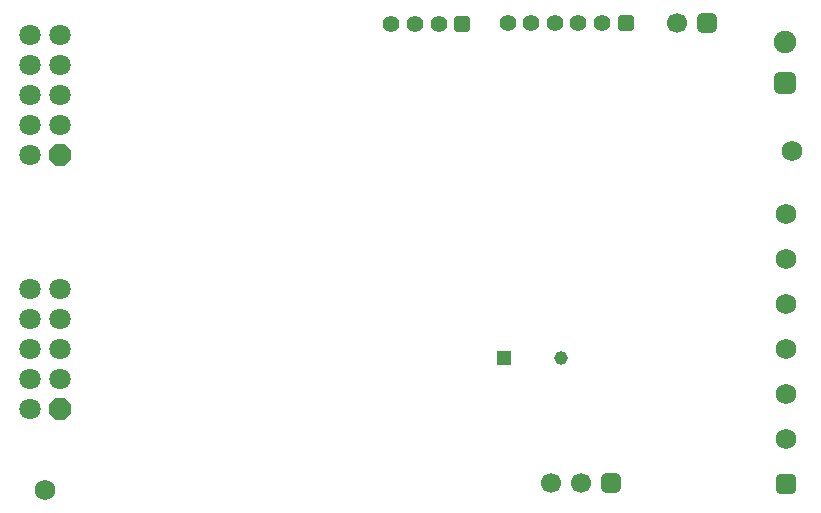
<source format=gbs>
G04*
G04 #@! TF.GenerationSoftware,Altium Limited,Altium Designer,21.2.2 (38)*
G04*
G04 Layer_Color=16711935*
%FSAX44Y44*%
%MOMM*%
G71*
G04*
G04 #@! TF.SameCoordinates,EFB995D0-04CD-4325-A83F-4C7D1CC19F90*
G04*
G04*
G04 #@! TF.FilePolarity,Negative*
G04*
G01*
G75*
%ADD47C,1.8000*%
%ADD48P,1.9483X8X112.5*%
%ADD49C,1.7500*%
%ADD50C,1.4000*%
G04:AMPARAMS|DCode=51|XSize=1.4mm|YSize=1.4mm|CornerRadius=0.375mm|HoleSize=0mm|Usage=FLASHONLY|Rotation=180.000|XOffset=0mm|YOffset=0mm|HoleType=Round|Shape=RoundedRectangle|*
%AMROUNDEDRECTD51*
21,1,1.4000,0.6500,0,0,180.0*
21,1,0.6500,1.4000,0,0,180.0*
1,1,0.7500,-0.3250,0.3250*
1,1,0.7500,0.3250,0.3250*
1,1,0.7500,0.3250,-0.3250*
1,1,0.7500,-0.3250,-0.3250*
%
%ADD51ROUNDEDRECTD51*%
G04:AMPARAMS|DCode=52|XSize=1.75mm|YSize=1.75mm|CornerRadius=0.4625mm|HoleSize=0mm|Usage=FLASHONLY|Rotation=90.000|XOffset=0mm|YOffset=0mm|HoleType=Round|Shape=RoundedRectangle|*
%AMROUNDEDRECTD52*
21,1,1.7500,0.8250,0,0,90.0*
21,1,0.8250,1.7500,0,0,90.0*
1,1,0.9250,0.4125,0.4125*
1,1,0.9250,0.4125,-0.4125*
1,1,0.9250,-0.4125,-0.4125*
1,1,0.9250,-0.4125,0.4125*
%
%ADD52ROUNDEDRECTD52*%
%ADD53C,1.7000*%
G04:AMPARAMS|DCode=54|XSize=1.7mm|YSize=1.7mm|CornerRadius=0.45mm|HoleSize=0mm|Usage=FLASHONLY|Rotation=180.000|XOffset=0mm|YOffset=0mm|HoleType=Round|Shape=RoundedRectangle|*
%AMROUNDEDRECTD54*
21,1,1.7000,0.8000,0,0,180.0*
21,1,0.8000,1.7000,0,0,180.0*
1,1,0.9000,-0.4000,0.4000*
1,1,0.9000,0.4000,0.4000*
1,1,0.9000,0.4000,-0.4000*
1,1,0.9000,-0.4000,-0.4000*
%
%ADD54ROUNDEDRECTD54*%
%ADD55R,1.1500X1.1500*%
%ADD56C,1.1500*%
G04:AMPARAMS|DCode=57|XSize=1.9mm|YSize=1.9mm|CornerRadius=0.5mm|HoleSize=0mm|Usage=FLASHONLY|Rotation=90.000|XOffset=0mm|YOffset=0mm|HoleType=Round|Shape=RoundedRectangle|*
%AMROUNDEDRECTD57*
21,1,1.9000,0.9000,0,0,90.0*
21,1,0.9000,1.9000,0,0,90.0*
1,1,1.0000,0.4500,0.4500*
1,1,1.0000,0.4500,-0.4500*
1,1,1.0000,-0.4500,-0.4500*
1,1,1.0000,-0.4500,0.4500*
%
%ADD57ROUNDEDRECTD57*%
%ADD58C,1.9000*%
D47*
X00299800Y00678300D02*
D03*
Y00627500D02*
D03*
Y00652900D02*
D03*
X00325200Y00678300D02*
D03*
Y00652900D02*
D03*
X00299800Y00576700D02*
D03*
X00325200Y00602100D02*
D03*
X00299800D02*
D03*
X00325200Y00627500D02*
D03*
X00299800Y00463300D02*
D03*
Y00412500D02*
D03*
Y00437900D02*
D03*
X00325200Y00463300D02*
D03*
Y00437900D02*
D03*
X00299800Y00361700D02*
D03*
X00325200Y00387100D02*
D03*
X00299800D02*
D03*
X00325200Y00412500D02*
D03*
D48*
Y00576700D02*
D03*
Y00361700D02*
D03*
D49*
X00944500Y00579500D02*
D03*
X00312500Y00292500D02*
D03*
X00940000Y00526200D02*
D03*
Y00488100D02*
D03*
Y00335700D02*
D03*
Y00373800D02*
D03*
Y00411900D02*
D03*
Y00450000D02*
D03*
D50*
X00645500Y00687500D02*
D03*
X00625500D02*
D03*
X00605500D02*
D03*
X00704000Y00688000D02*
D03*
X00724000D02*
D03*
X00744000D02*
D03*
X00784000D02*
D03*
X00764000D02*
D03*
D51*
X00665500Y00687500D02*
D03*
X00804000Y00688000D02*
D03*
D52*
X00940000Y00297600D02*
D03*
D53*
X00847300Y00688000D02*
D03*
X00740600Y00299000D02*
D03*
X00766000D02*
D03*
D54*
X00872700Y00688000D02*
D03*
X00791400Y00299000D02*
D03*
D55*
X00700600Y00405000D02*
D03*
D56*
X00749400D02*
D03*
D57*
X00939000Y00637500D02*
D03*
D58*
Y00672500D02*
D03*
M02*

</source>
